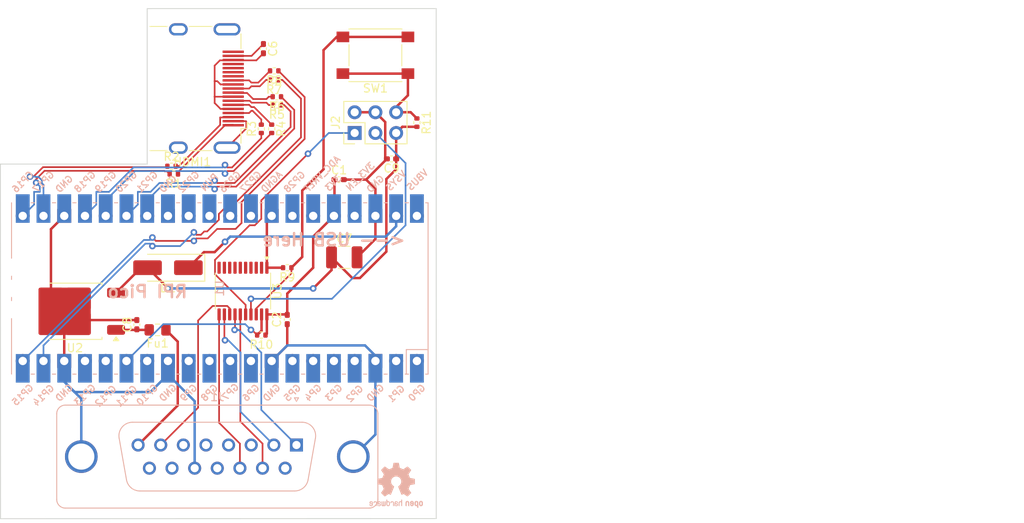
<source format=kicad_pcb>
(kicad_pcb (version 20240108) (generator "pcbnew") (generator_version "8.0")
  (title_block (title "A2C_DVI") (rev "v1") (company "MrTechGadget"))
  (layers (0 "F.Cu" signal) (31 "B.Cu" signal) (34 "B.Paste" user) (35 "F.Paste" user) (36 "B.SilkS" user "B.Silkscreen") (37 "F.SilkS" user "F.Silkscreen") (38 "B.Mask" user) (39 "F.Mask" user) (44 "Edge.Cuts" user))
  (net 0 "")
  (net 1 "GND")
  (net 2 "+3V3")
  (net 3 "Net-(C6-Pad1)")
  (net 4 "+5V")
  (net 5 "+12V")
  (net 6 "Net-(D1-K)")
  (net 10 "/D0+")
  (net 12 "/D1+")
  (net 13 "/D0-")
  (net 14 "/CK+")
  (net 15 "/D1-")
  (net 16 "/D2+")
  (net 18 "/D2-")
  (net 19 "/CK-")
  (net 26 "Net-(J1-TEXT)")
  (net 28 "Net-(J1-WNDW)")
  (net 29 "Net-(J1-14M)")
  (net 30 "Net-(J1-GR)")
  (net 31 "Net-(J1-SEROUT)")
  (net 33 "Net-(J2-Pin_3)")
  (net 34 "Net-(J2-Pin_6)")
  (net 35 "Net-(J2-Pin_1)")
  (net 36 "Net-(U3-B0)")
  (net 37 "Net-(U1-GP11)")
  (net 67 "Net-(J1-+12V)")
  (footprint "Resistor_SMD:R_0402_1005Metric" (layer "F.Cu") (at 134.493 105.902051 -90)
    (property "Reference" "R4")
    (property "Value" "270")
  )
  (footprint "Capacitor_SMD:C_0402_1005Metric_Pad0.74x0.62mm_HandSolder" (layer "F.Cu") (at 117.983 129.90705 90)
    (property "Reference" "C8")
    (property "Value" "C")
  )
  (footprint "Connector_PinHeader_2.54mm:PinHeader_2x03_P2.54mm_Vertical" (layer "F.Cu") (at 144.653 106.41205 90)
    (property "Reference" "J2")
    (property "Value" "Aux")
  )
  (footprint "Package_SO:TSSOP-20_4.4x6.5mm_P0.65mm" (layer "F.Cu") (at 130.978 125.78455 -90)
    (property "Reference" "U3")
    (property "Value" "74LVC245")
  )
  (footprint "Resistor_SMD:R_0402_1005Metric" (layer "F.Cu") (at 134.781825 99.912354 180)
    (property "Reference" "R7")
    (property "Value" "270")
  )
  (footprint "Capacitor_SMD:C_1210_3225Metric_Pad1.33x2.70mm_HandSolder" (layer "F.Cu") (at 143.383 121.65205)
    (property "Reference" "C7")
    (property "Value" "220u")
  )
  (footprint "Resistor_SMD:R_0402_1005Metric" (layer "F.Cu") (at 135.128 102.98305 180)
    (property "Reference" "R5")
    (property "Value" "270")
  )
  (footprint "Connector_Video:HDMI_A_Molex_208658-1001_Horizontal" (layer "F.Cu") (at 126.498 100.96205 180)
    (property "Reference" "HDMI1")
    (property "Value" "HDMI-SWM-19")
  )
  (footprint "Resistor_SMD:R_0402_1005Metric" (layer "F.Cu") (at 134.803554 98.79205 180)
    (property "Reference" "R8")
    (property "Value" "270")
  )
  (footprint "Resistor_SMD:R_0402_1005Metric" (layer "F.Cu") (at 122.513052 111.445873 180)
    (property "Reference" "R1")
    (property "Value" "270")
  )
  (footprint "Resistor_SMD:R_0402_1005Metric" (layer "F.Cu") (at 152.273 105.14205 -90)
    (property "Reference" "R11")
    (property "Value" "1k")
  )
  (footprint "Capacitor_SMD:C_0402_1005Metric_Pad0.74x0.62mm_HandSolder" (layer "F.Cu") (at 133.483 96.07655 -90)
    (property "Reference" "C6")
    (property "Value" "100n")
  )
  (footprint "Button_Switch_SMD:SW_SPST_PTS645" (layer "F.Cu") (at 147.193 96.88705 180)
    (property "Reference" "SW1")
    (property "Value" "Config")
  )
  (footprint "Resistor_SMD:R_0402_1005Metric" (layer "F.Cu") (at 122.231725 110.484128)
    (property "Reference" "R2")
    (property "Value" "270")
  )
  (footprint "Fuse:Fuse_0805_2012Metric_Pad1.15x1.40mm_HandSolder" (layer "F.Cu") (at 120.523 130.54205 180)
    (property "Reference" "Fu1")
    (property "Value" "Polyfuse 100mA")
  )
  (footprint "Package_TO_SOT_SMD:TO-252-2" (layer "F.Cu") (at 110.403 128.26205 180)
    (property "Reference" "U2")
    (property "Value" "L7805")
  )
  (footprint "Diode_SMD:D_SMA_Handsoldering" (layer "F.Cu") (at 121.793 122.92205 180)
    (property "Reference" "D1")
    (property "Value" "MBR120VLSFT1G")
  )
  (footprint "Capacitor_SMD:C_0402_1005Metric_Pad0.74x0.62mm_HandSolder" (layer "F.Cu") (at 136.398 129.27205 -90)
    (property "Reference" "C2")
    (property "Value" "100n")
  )
  (footprint "Resistor_SMD:R_0402_1005Metric" (layer "F.Cu") (at 133.223 131.17705 180)
    (property "Reference" "R10")
    (property "Value" "10K")
  )
  (footprint "Resistor_SMD:R_0402_1005Metric" (layer "F.Cu") (at 136.398 122.92205 180)
    (property "Reference" "R9")
    (property "Value" "10k")
  )
  (footprint "Resistor_SMD:R_0402_1005Metric" (layer "F.Cu") (at 133.223 105.902051 90)
    (property "Reference" "R3")
    (property "Value" "270")
  )
  (footprint "Resistor_SMD:R_0402_1005Metric" (layer "F.Cu") (at 135.128 101.96705 180)
    (property "Reference" "R6")
    (property "Value" "270")
  )
  (footprint "Capacitor_SMD:C_0402_1005Metric_Pad0.74x0.62mm_HandSolder" (layer "F.Cu") (at 142.748 112.12705)
    (property "Reference" "C1")
    (property "Value" "100n")
  )
  (footprint "Capacitor_SMD:C_0402_1005Metric_Pad0.74x0.62mm_HandSolder" (layer "F.Cu") (at 149.1655 109.58705 180)
    (property "Reference" "C9")
    (property "Value" "C")
  )
  (footprint "Connector_Dsub:DSUB-15_Male_Vertical_P2.77x2.84mm_MountingHoles" (layer "B.Cu") (at 137.528 144.65205 180)
    (property "Reference" "J1")
    (property "Value" "DA15_Plug")
  )
  (footprint "MCU_RaspberryPi_and_Boards:RPi_Pico_SMD_TH_NO_DEBUG" (layer "B.Cu") (at 128.143 125.46205 90)
    (property "Reference" "U1")
    (property "Value" "RPI-Pico")
  )
  (footprint "Symbol:OSHW-Logo2_7.3x6mm_SilkScreen" (layer "B.Cu") (at 149.733 149.59205 180)
    (property "Reference" "REF**" (hide yes))
    (property "Value" "OSHW-Logo2_7.3x6mm_SilkScreen" (hide yes))
  )
  (gr_line (start 119.253 91.17205) (end 154.635759 91.166096) (stroke (width 0.1)) (layer "Edge.Cuts"))
  (gr_line (start 119.253 110.22205) (end 101.473 110.22205) (stroke (width 0.1)) (layer "Edge.Cuts"))
  (gr_line (start 154.641109 153.669434) (end 101.299375 153.683005) (stroke (width 0.1)) (layer "Edge.Cuts"))
  (gr_line (start 101.473 110.22205) (end 101.27896 110.22205) (stroke (width 0.1)) (layer "Edge.Cuts"))
  (gr_line (start 101.299375 153.683005) (end 101.27896 110.22205) (stroke (width 0.1)) (layer "Edge.Cuts"))
  (gr_line (start 119.253 91.17205) (end 119.253 110.22205) (stroke (width 0.1)) (layer "Edge.Cuts"))
  (gr_line (start 154.635759 91.166096) (end 154.641109 153.669434) (stroke (width 0.1)) (layer "Edge.Cuts"))
  (gr_text "<-- USB Here" (at 151.003 120.38205 -0) (layer "B.SilkS") (effects (font (size 1.5 1.5) (thickness 0.3) (bold yes)) (justify left bottom mirror)))
  (gr_text "RPI Pico" (at 124.333 126.73205 -0) (layer "B.SilkS") (effects (font (size 1.5 1.5) (thickness 0.3) (bold yes)) (justify left bottom mirror)))
  (segment (start 127.508 100.06205) (end 127.508 101.96705) (width 0.2) (layer "F.Cu") (net 1))
  (segment (start 127.513 101.96205) (end 127.508 101.96705) (width 0.2) (layer "F.Cu") (net 1))
  (segment (start 147.193 116.57205) (end 147.193 113.26205) (width 0.3) (layer "F.Cu") (net 1))
  (segment (start 128.153 97.51205) (end 127.508 98.15705) (width 0.2) (layer "F.Cu") (net 1))
  (segment (start 129.783 104.96205) (end 131.333 104.96205) (width 0.2) (layer "F.Cu") (net 1))
  (segment (start 133.903 117.16205) (end 134.493 116.57205) (width 0.3) (layer "F.Cu") (net 1))
  (segment (start 136.398 129.83955) (end 136.398 132.44705) (width 0.3) (layer "F.Cu") (net 1))
  (segment (start 131.383 105.85205) (end 129.023 108.21205) (width 0.2) (layer "F.Cu") (net 1))
  (segment (start 147.193 119.40455) (end 147.193 116.57205) (width 0.3) (layer "F.Cu") (net 1))
  (segment (start 129.783 101.96205) (end 127.513 101.96205) (width 0.2) (layer "F.Cu") (net 1))
  (segment (start 127.508 102.73705) (end 128.233 103.46205) (width 0.2) (layer "F.Cu") (net 1))
  (segment (start 147.193 113.26205) (end 146.058 112.12705) (width 0.3) (layer "F.Cu") (net 1))
  (segment (start 147.193 103.87205) (end 144.653 103.87205) (width 0.3) (layer "F.Cu") (net 1))
  (segment (start 148.598 109.58705) (end 148.393 109.38205) (width 0.3) (layer "F.Cu") (net 1))
  (segment (start 133.903 122.92205) (end 133.903 117.16205) (width 0.3) (layer "F.Cu") (net 1))
  (segment (start 129.783 100.46205) (end 128.233 100.46205) (width 0.2) (layer "F.Cu") (net 1))
  (segment (start 117.983 129.33955) (end 110.2205 129.33955) (width 0.3) (layer "F.Cu") (net 1))
  (segment (start 133.483 96.64405) (end 132.615 97.51205) (width 0.2) (layer "F.Cu") (net 1))
  (segment (start 143.3155 112.12705) (end 146.058 112.12705) (width 0.3) (layer "F.Cu") (net 1))
  (segment (start 127.833 100.06205) (end 127.508 100.06205) (width 0.2) (layer "F.Cu") (net 1))
  (segment (start 109.093 128.31205) (end 109.143 128.26205) (width 0.3) (layer "F.Cu") (net 1))
  (segment (start 148.393 105.07205) (end 147.193 103.87205) (width 0.3) (layer "F.Cu") (net 1))
  (segment (start 131.383 105.01205) (end 131.383 105.85205) (width 0.2) (layer "F.Cu") (net 1))
  (segment (start 110.2205 129.33955) (end 109.143 128.26205) (width 0.3) (layer "F.Cu") (net 1))
  (segment (start 136.398 132.44705) (end 134.493 134.35205) (width 0.3) (layer "F.Cu") (net 1))
  (segment (start 144.9455 121.65205) (end 147.193 119.40455) (width 0.3) (layer "F.Cu") (net 1))
  (segment (start 127.508 101.96705) (end 127.508 102.73705) (width 0.2) (layer "F.Cu") (net 1))
  (segment (start 128.233 100.46205) (end 127.833 100.06205) (width 0.2) (layer "F.Cu") (net 1))
  (segment (start 148.393 109.38205) (end 148.393 105.07205) (width 0.3) (layer "F.Cu") (net 1))
  (segment (start 132.615 97.51205) (end 128.153 97.51205) (width 0.2) (layer "F.Cu") (net 1))
  (segment (start 107.468 118.19705) (end 107.468 126.73705) (width 0.3) (layer "F.Cu") (net 1))
  (segment (start 109.093 134.35205) (end 109.093 128.31205) (width 0.3) (layer "F.Cu") (net 1))
  (segment (start 127.508 98.15705) (end 127.508 100.06205) (width 0.2) (layer "F.Cu") (net 1))
  (segment (start 146.058 112.12705) (end 148.598 109.58705) (width 0.3) (layer "F.Cu") (net 1))
  (segment (start 128.233 103.46205) (end 129.783 103.46205) (width 0.2) (layer "F.Cu") (net 1))
  (segment (start 109.093 116.57205) (end 107.468 118.19705) (width 0.3) (layer "F.Cu") (net 1))
  (segment (start 131.333 104.96205) (end 131.383 105.01205) (width 0.2) (layer "F.Cu") (net 1))
  (segment (start 135.888 122.92205) (end 133.903 122.92205) (width 0.3) (layer "F.Cu") (net 1))
  (segment (start 136.398 132.44705) (end 145.923 132.44705) (width 0.3) (layer "B.Cu") (net 1))
  (segment (start 109.093 136.89205) (end 109.4105 137.20955) (width 0.3) (layer "B.Cu") (net 1))
  (segment (start 147.193 143.36205) (end 147.193 134.35205) (width 0.3) (layer "B.Cu") (net 1))
  (segment (start 144.483 146.07205) (end 147.193 143.36205) (width 0.3) (layer "B.Cu") (net 1))
  (segment (start 134.493 134.35205) (end 136.398 132.44705) (width 0.3) (layer "B.Cu") (net 1))
  (segment (start 110.363 138.16205) (end 118.618 138.16205) (width 0.3) (layer "B.Cu") (net 1))
  (segment (start 125.063 139.28205) (end 121.793 136.01205) (width 0.3) (layer "B.Cu") (net 1))
  (segment (start 109.4105 137.20955) (end 110.363 138.16205) (width 0.3) (layer "B.Cu") (net 1))
  (segment (start 111.183 146.07205) (end 111.183 138.98205) (width 0.3) (layer "B.Cu") (net 1))
  (segment (start 125.063 147.49205) (end 125.063 139.28205) (width 0.3) (layer "B.Cu") (net 1))
  (segment (start 111.183 138.98205) (end 109.4105 137.20955) (width 0.3) (layer "B.Cu") (net 1))
  (segment (start 121.793 136.01205) (end 121.793 134.35205) (width 0.3) (layer "B.Cu") (net 1))
  (segment (start 109.093 134.35205) (end 109.093 136.89205) (width 0.3) (layer "B.Cu") (net 1))
  (segment (start 145.923 132.44705) (end 147.193 133.71705) (width 0.3) (layer "B.Cu") (net 1))
  (segment (start 118.618 138.16205) (end 119.643 138.16205) (width 0.3) (layer "B.Cu") (net 1))
  (segment (start 147.193 133.71705) (end 147.193 134.35205) (width 0.3) (layer "B.Cu") (net 1))
  (segment (start 119.643 138.16205) (end 121.793 136.01205) (width 0.3) (layer "B.Cu") (net 1))
  (segment (start 139.573 122.92205) (end 139.573 119.11205) (width 0.3) (layer "F.Cu") (net 2))
  (segment (start 133.903 131.00705) (end 133.733 131.17705) (width 0.3) (layer "F.Cu") (net 2))
  (segment (start 142.1805 112.12705) (end 142.1805 116.50455) (width 0.3) (layer "F.Cu") (net 2))
  (segment (start 142.1805 116.50455) (end 142.113 116.57205) (width 0.3) (layer "F.Cu") (net 2))
  (segment (start 136.398 126.09705) (end 139.573 122.92205) (width 0.3) (layer "F.Cu") (net 2))
  (segment (start 136.398 128.70455) (end 136.398 126.09705) (width 0.3) (layer "F.Cu") (net 2))
  (segment (start 133.903 128.64705) (end 136.3405 128.64705) (width 0.3) (layer "F.Cu") (net 2))
  (segment (start 136.3405 128.64705) (end 136.398 128.70455) (width 0.3) (layer "F.Cu") (net 2))
  (segment (start 139.573 119.11205) (end 142.113 116.57205) (width 0.3) (layer "F.Cu") (net 2))
  (segment (start 133.903 128.64705) (end 133.903 131.00705) (width 0.3) (layer "F.Cu") (net 2))
  (segment (start 133.483 95.50905) (end 132.03 96.96205) (width 0.2) (layer "F.Cu") (net 3))
  (segment (start 132.03 96.96205) (end 129.783 96.96205) (width 0.2) (layer "F.Cu") (net 3))
  (segment (start 115.443 125.98205) (end 118.503 122.92205) (width 0.3) (layer "F.Cu") (net 4))
  (segment (start 139.573 125.46205) (end 141.8205 123.21455) (width 0.3) (layer "F.Cu") (net 4))
  (segment (start 152.273 105.65205) (end 150.493 105.65205) (width 0.3) (layer "F.Cu") (net 4))
  (segment (start 145.288 124.19205) (end 148.533 120.94705) (width 0.3) (layer "F.Cu") (net 4))
  (segment (start 148.533 120.94705) (end 148.533 112.05705) (width 0.3) (layer "F.Cu") (net 4))
  (segment (start 141.8205 123.21455) (end 141.8205 121.65205) (width 0.3) (layer "F.Cu") (net 4))
  (segment (start 121.793 125.42205) (end 121.793 125.46205) (width 0.3) (layer "F.Cu") (net 4))
  (segment (start 148.533 112.05705) (end 149.733 110.85705) (width 0.3) (layer "F.Cu") (net 4))
  (segment (start 150.493 105.65205) (end 149.733 106.41205) (width 0.3) (layer "F.Cu") (net 4))
  (segment (start 149.733 110.85705) (end 149.733 109.58705) (width 0.3) (layer "F.Cu") (net 4))
  (segment (start 119.293 122.92205) (end 121.793 125.42205) (width 0.3) (layer "F.Cu") (net 4))
  (segment (start 144.3605 124.19205) (end 145.288 124.19205) (width 0.3) (layer "F.Cu") (net 4))
  (segment (start 149.733 106.41205) (end 149.733 109.58705) (width 0.3) (layer "F.Cu") (net 4))
  (segment (start 141.8205 121.65205) (end 144.3605 124.19205) (width 0.3) (layer "F.Cu") (net 4))
  (segment (start 118.503 122.92205) (end 119.293 122.92205) (width 0.3) (layer "F.Cu") (net 4))
  (via (at 139.573 125.46205) (size 0.8) (drill 0.4) (layers "F.Cu" "B.Cu") (net 4))
  (via (at 121.793 125.46205) (size 0.8) (drill 0.4) (layers "F.Cu" "B.Cu") (net 4))
  (segment (start 121.793 125.46205) (end 139.573 125.46205) (width 0.3) (layer "B.Cu") (net 4))
  (segment (start 118.0505 130.54205) (end 117.983 130.47455) (width 0.3) (layer "F.Cu") (net 5))
  (segment (start 115.443 130.54205) (end 117.9155 130.54205) (width 0.3) (layer "F.Cu") (net 5))
  (segment (start 117.9155 130.54205) (end 117.983 130.47455) (width 0.3) (layer "F.Cu") (net 5))
  (segment (start 119.498 130.54205) (end 118.0505 130.54205) (width 0.3) (layer "F.Cu") (net 5))
  (segment (start 127.508 121.01705) (end 128.778 119.74705) (width 0.3) (layer "F.Cu") (net 6))
  (segment (start 126.198 121.01705) (end 127.508 121.01705) (width 0.3) (layer "F.Cu") (net 6))
  (segment (start 124.293 122.92205) (end 126.198 121.01705) (width 0.3) (layer "F.Cu") (net 6))
  (via (at 128.778 119.74705) (size 0.8) (drill 0.4) (layers "F.Cu" "B.Cu") (net 6))
  (segment (start 149.733 116.57205) (end 149.733 117.84205) (width 0.3) (layer "B.Cu") (net 6))
  (segment (start 149.733 117.84205) (end 148.463 119.11205) (width 0.3) (layer "B.Cu") (net 6))
  (segment (start 148.463 119.11205) (end 129.413 119.11205) (width 0.3) (layer "B.Cu") (net 6))
  (segment (start 129.413 119.11205) (end 128.778 119.74705) (width 0.3) (layer "B.Cu") (net 6))
  (segment (start 129.954801 112.537049) (end 127.807999 112.537049) (width 0.2) (layer "F.Cu") (net 10))
  (segment (start 133.854999 102.70005) (end 132.036687 102.70005) (width 0.2) (layer "F.Cu") (net 10))
  (segment (start 132.036687 102.70005) (end 131.798687 102.46205) (width 0.2) (layer "F.Cu") (net 10))
  (segment (start 134.137999 102.98305) (end 133.854999 102.70005) (width 0.2) (layer "F.Cu") (net 10))
  (segment (start 136.808 105.68385) (end 129.954801 112.537049) (width 0.2) (layer "F.Cu") (net 10))
  (segment (start 127.807999 112.537049) (end 127.508 112.23705) (width 0.2) (layer "F.Cu") (net 10))
  (segment (start 131.798687 102.46205) (end 129.783 102.46205) (width 0.2) (layer "F.Cu") (net 10))
  (segment (start 134.618 102.98305) (end 134.137999 102.98305) (width 0.2) (layer "F.Cu") (net 10))
  (segment (start 136.808 103.773447) (end 136.808 105.68385) (width 0.2) (layer "F.Cu") (net 10))
  (segment (start 136.017603 102.98305) (end 136.808 103.773447) (width 0.2) (layer "F.Cu") (net 10))
  (segment (start 135.638 102.98305) (end 136.017603 102.98305) (width 0.2) (layer "F.Cu") (net 10))
  (via (at 127.508 112.23705) (size 0.8) (drill 0.4) (layers "F.Cu" "B.Cu") (net 10))
  (segment (start 118.103 113.62205) (end 118.103 115.18205) (width 0.2) (layer "B.Cu") (net 10))
  (segment (start 118.103 115.18205) (end 116.713 116.57205) (width 0.2) (layer "B.Cu") (net 10))
  (segment (start 120.748001 112.537049) (end 119.663 113.62205) (width 0.2) (layer "B.Cu") (net 10))
  (segment (start 127.508 112.23705) (end 127.208001 112.537049) (width 0.2) (layer "B.Cu") (net 10))
  (segment (start 127.208001 112.537049) (end 120.748001 112.537049) (width 0.2) (layer "B.Cu") (net 10))
  (segment (start 119.663 113.62205) (end 118.103 113.62205) (width 0.2) (layer "B.Cu") (net 10))
  (segment (start 132.008001 103.68705) (end 131.733001 103.96205) (width 0.2) (layer "F.Cu") (net 12))
  (segment (start 131.733001 103.96205) (end 129.783 103.96205) (width 0.2) (layer "F.Cu") (net 12))
  (segment (start 132.151601 103.68705) (end 132.008001 103.68705) (width 0.2) (layer "F.Cu") (net 12))
  (segment (start 133.223 106.41205) (end 133.223 107.045653) (width 0.2) (layer "F.Cu") (net 12))
  (segment (start 133.223 104.758449) (end 132.151601 103.68705) (width 0.2) (layer "F.Cu") (net 12))
  (segment (start 133.223 105.392052) (end 133.223 104.758449) (width 0.2) (layer "F.Cu") (net 12))
  (segment (start 129.636604 110.632049) (end 129.077999 110.632049) (width 0.2) (layer "F.Cu") (net 12))
  (segment (start 133.223 107.045653) (end 129.636604 110.632049) (width 0.2) (layer "F.Cu") (net 12))
  (segment (start 129.077999 110.632049) (end 128.778 110.33205) (width 0.2) (layer "F.Cu") (net 12))
  (via (at 128.778 110.33205) (size 0.8) (drill 0.4) (layers "F.Cu" "B.Cu") (net 12))
  (segment (start 128.778 110.33205) (end 128.478001 110.632049) (width 0.2) (layer "B.Cu") (net 12))
  (segment (start 128.478001 110.632049) (end 117.573001 110.632049) (width 0.2) (layer "B.Cu") (net 12))
  (segment (start 117.573001 110.632049) (end 114.583 113.62205) (width 0.2) (layer "B.Cu") (net 12))
  (segment (start 113.023 115.18205) (end 111.633 116.57205) (width 0.2) (layer "B.Cu") (net 12))
  (segment (start 114.583 113.62205) (end 113.023 113.62205) (width 0.2) (layer "B.Cu") (net 12))
  (segment (start 113.023 113.62205) (end 113.023 115.18205) (width 0.2) (layer "B.Cu") (net 12))
  (segment (start 129.833 101.51205) (end 129.783 101.46205) (width 0.2) (layer "F.Cu") (net 13))
  (segment (start 134.618 101.96705) (end 134.137999 101.96705) (width 0.2) (layer "F.Cu") (net 13))
  (segment (start 132.223055 102.25005) (end 131.485055 101.51205) (width 0.2) (layer "F.Cu") (net 13))
  (segment (start 131.485055 101.51205) (end 129.833 101.51205) (width 0.2) (layer "F.Cu") (net 13))
  (segment (start 127.807999 112.987051) (end 127.508 113.28705) (width 0.2) (layer "F.Cu") (net 13))
  (segment (start 137.258 103.58705) (end 137.258 105.87025) (width 0.2) (layer "F.Cu") (net 13))
  (segment (start 135.638 101.96705) (end 137.258 103.58705) (width 0.2) (layer "F.Cu") (net 13))
  (segment (start 130.141199 112.987051) (end 127.807999 112.987051) (width 0.2) (layer "F.Cu") (net 13))
  (segment (start 134.137999 101.96705) (end 133.854999 102.25005) (width 0.2) (layer "F.Cu") (net 13))
  (segment (start 133.854999 102.25005) (end 132.223055 102.25005) (width 0.2) (layer "F.Cu") (net 13))
  (segment (start 137.258 105.87025) (end 130.141199 112.987051) (width 0.2) (layer "F.Cu") (net 13))
  (via (at 127.508 113.28705) (size 0.8) (drill 0.4) (layers "F.Cu" "B.Cu") (net 13))
  (segment (start 127.208001 112.987051) (end 120.934396 112.987051) (width 0.2) (layer "B.Cu") (net 13))
  (segment (start 119.253 114.668447) (end 119.253 116.57205) (width 0.2) (layer "B.Cu") (net 13))
  (segment (start 127.508 113.28705) (end 127.208001 112.987051) (width 0.2) (layer "B.Cu") (net 13))
  (segment (start 120.934396 112.987051) (end 119.253 114.668447) (width 0.2) (layer "B.Cu") (net 13))
  (segment (start 128.023 117.048396) (end 126.594346 118.47705) (width 0.2) (layer "F.Cu") (net 14))
  (segment (start 126.594346 118.47705) (end 126.238 118.47705) (width 0.2) (layer "F.Cu") (net 14))
  (segment (start 129.6098 115.42205) (end 128.936654 115.42205) (width 0.2) (layer "F.Cu") (net 14))
  (segment (start 134.271826 99.912354) (end 133.809648 99.912354) (width 0.2) (layer "F.Cu") (net 14))
  (segment (start 133.034952 100.68705) (end 132.008001 100.68705) (width 0.2) (layer "F.Cu") (net 14))
  (segment (start 132.008001 100.68705) (end 131.733001 100.96205) (width 0.2) (layer "F.Cu") (net 14))
  (segment (start 138.078 106.95385) (end 129.6098 115.42205) (width 0.2) (layer "F.Cu") (net 14))
  (segment (start 128.023 116.335704) (end 128.023 117.048396) (width 0.2) (layer "F.Cu") (net 14))
  (segment (start 133.809648 99.912354) (end 133.034952 100.68705) (width 0.2) (layer "F.Cu") (net 14))
  (segment (start 125.267999 118.887049) (end 124.968 118.58705) (width 0.2) (layer "F.Cu") (net 14))
  (segment (start 135.79746 99.912354) (end 138.078 102.192894) (width 0.2) (layer "F.Cu") (net 14))
  (segment (start 126.238 118.47705) (end 125.828001 118.887049) (width 0.2) (layer "F.Cu") (net 14))
  (segment (start 138.078 102.192894) (end 138.078 106.95385) (width 0.2) (layer "F.Cu") (net 14))
  (segment (start 131.733001 100.96205) (end 129.783 100.96205) (width 0.2) (layer "F.Cu") (net 14))
  (segment (start 128.936654 115.42205) (end 128.023 116.335704) (width 0.2) (layer "F.Cu") (net 14))
  (segment (start 135.291824 99.912354) (end 135.79746 99.912354) (width 0.2) (layer "F.Cu") (net 14))
  (segment (start 125.828001 118.887049) (end 125.267999 118.887049) (width 0.2) (layer "F.Cu") (net 14))
  (via (at 119.888 120.27205) (size 0.8) (drill 0.4) (layers "F.Cu" "B.Cu") (net 14))
  (via (at 124.968 118.58705) (size 0.8) (drill 0.4) (layers "F.Cu" "B.Cu") (net 14))
  (segment (start 106.553 134.35205) (end 106.553 132.448447) (width 0.2) (layer "B.Cu") (net 14))
  (segment (start 119.888 120.27205) (end 123.283 120.27205) (width 0.2) (layer "B.Cu") (net 14))
  (segment (start 119.588001 119.972051) (end 119.888 120.27205) (width 0.2) (layer "B.Cu") (net 14))
  (segment (start 123.283 120.27205) (end 124.968 118.58705) (width 0.2) (layer "B.Cu") (net 14))
  (segment (start 119.029396 119.972051) (end 119.588001 119.972051) (width 0.2) (layer "B.Cu") (net 14))
  (segment (start 106.553 132.448447) (end 119.029396 119.972051) (width 0.2) (layer "B.Cu") (net 14))
  (segment (start 134.493 106.41205) (end 129.822999 111.082051) (width 0.2) (layer "F.Cu") (net 15))
  (segment (start 132.337998 103.23705) (end 132.008001 103.23705) (width 0.2) (layer "F.Cu") (net 15))
  (segment (start 129.077999 111.082051) (end 128.778 111.38205) (width 0.2) (layer "F.Cu") (net 15))
  (segment (start 132.008001 103.23705) (end 131.733001 102.96205) (width 0.2) (layer "F.Cu") (net 15))
  (segment (start 134.493 105.392052) (end 132.337998 103.23705) (width 0.2) (layer "F.Cu") (net 15))
  (segment (start 131.733001 102.96205) (end 129.783 102.96205) (width 0.2) (layer "F.Cu") (net 15))
  (segment (start 129.822999 111.082051) (end 129.077999 111.082051) (width 0.2) (layer "F.Cu") (net 15))
  (via (at 128.778 111.38205) (size 0.8) (drill 0.4) (layers "F.Cu" "B.Cu") (net 15))
  (segment (start 114.173 114.668447) (end 114.173 116.57205) (width 0.2) (layer "B.Cu") (net 15))
  (segment (start 128.478001 111.082051) (end 117.759396 111.082051) (width 0.2) (layer "B.Cu") (net 15))
  (segment (start 117.759396 111.082051) (end 114.173 114.668447) (width 0.2) (layer "B.Cu") (net 15))
  (segment (start 128.778 111.38205) (end 128.478001 111.082051) (width 0.2) (layer "B.Cu") (net 15))
  (segment (start 106.678911 111.049338) (end 105.654232 112.074017) (width 0.2) (layer "F.Cu") (net 16))
  (segment (start 123.023051 111.215199) (end 128.8262 105.41205) (width 0.2) (layer "F.Cu") (net 16))
  (segment (start 130.933 105.46205) (end 129.783 105.46205) (width 0.2) (layer "F.Cu") (net 16))
  (segment (start 129.733 105.41205) (end 129.783 105.46205) (width 0.2) (layer "F.Cu") (net 16))
  (segment (start 123.023051 111.445873) (end 123.023051 111.215199) (width 0.2) (layer "F.Cu") (net 16))
  (segment (start 105.654232 112.074017) (end 105.654232 112.498282) (width 0.2) (layer "F.Cu") (net 16))
  (segment (start 121.348012 111.049338) (end 106.678911 111.049338) (width 0.2) (layer "F.Cu") (net 16))
  (segment (start 121.661308 111.104128) (end 121.402802 111.104128) (width 0.2) (layer "F.Cu") (net 16))
  (segment (start 122.003053 111.445873) (end 121.661308 111.104128) (width 0.2) (layer "F.Cu") (net 16))
  (segment (start 121.402802 111.104128) (end 121.348012 111.049338) (width 0.2) (layer "F.Cu") (net 16))
  (segment (start 128.8262 105.41205) (end 129.733 105.41205) (width 0.2) (layer "F.Cu") (net 16))
  (segment (start 130.983 105.41205) (end 130.933 105.46205) (width 0.2) (layer "F.Cu") (net 16))
  (via (at 105.654232 112.498282) (size 0.8) (drill 0.4) (layers "F.Cu" "B.Cu") (net 16))
  (segment (start 106.102999 113.62205) (end 105.403 113.62205) (width 0.2) (layer "B.Cu") (net 16))
  (segment (start 106.102999 112.947049) (end 106.102999 113.62205) (width 0.2) (layer "B.Cu") (net 16))
  (segment (start 105.403 113.62205) (end 105.403 115.18205) (width 0.2) (layer "B.Cu") (net 16))
  (segment (start 105.403 115.18205) (end 104.013 116.57205) (width 0.2) (layer "B.Cu") (net 16))
  (segment (start 105.654232 112.498282) (end 106.102999 112.947049) (width 0.2) (layer "B.Cu") (net 16))
  (segment (start 130.983 104.51205) (end 130.933 104.46205) (width 0.2) (layer "F.Cu") (net 18))
  (segment (start 106.492515 110.599336) (end 105.336033 111.755818) (width 0.2) (layer "F.Cu") (net 18))
  (segment (start 129.783 104.46205) (end 129.733 104.51205) (width 0.2) (layer "F.Cu") (net 18))
  (segment (start 128.183 104.51205) (end 128.183 105.41885) (width 0.2) (layer "F.Cu") (net 18))
  (segment (start 128.183 105.41885) (end 123.2214 110.38045) (width 0.2) (layer "F.Cu") (net 18))
  (segment (start 129.733 104.51205) (end 128.183 104.51205) (width 0.2) (layer "F.Cu") (net 18))
  (segment (start 121.606518 110.599336) (end 106.492515 110.599336) (width 0.2) (layer "F.Cu") (net 18))
  (segment (start 121.721726 110.484128) (end 121.606518 110.599336) (width 0.2) (layer "F.Cu") (net 18))
  (segment (start 122.741724 110.484128) (end 123.117722 110.484128) (width 0.2) (layer "F.Cu") (net 18))
  (segment (start 105.336033 111.755818) (end 104.911768 111.755818) (width 0.2) (layer "F.Cu") (net 18))
  (segment (start 130.933 104.46205) (end 129.783 104.46205) (width 0.2) (layer "F.Cu") (net 18))
  (segment (start 123.117722 110.484128) (end 123.2214 110.38045) (width 0.2) (layer "F.Cu") (net 18))
  (via (at 104.911768 111.755818) (size 0.8) (drill 0.4) (layers "F.Cu" "B.Cu") (net 18))
  (segment (start 106.354232 112.208332) (end 106.354232 112.561884) (width 0.2) (layer "B.Cu") (net 18))
  (segment (start 105.548166 111.755818) (end 105.59063 111.798282) (width 0.2) (layer "B.Cu") (net 18))
  (segment (start 106.354232 112.561884) (end 106.553 112.760652) (width 0.2) (layer "B.Cu") (net 18))
  (segment (start 104.911768 111.755818) (end 105.548166 111.755818) (width 0.2) (layer "B.Cu") (net 18))
  (segment (start 105.944182 111.798282) (end 106.354232 112.208332) (width 0.2) (layer "B.Cu") (net 18))
  (segment (start 106.553 112.760652) (end 106.553 116.57205) (width 0.2) (layer "B.Cu") (net 18))
  (segment (start 105.59063 111.798282) (end 105.944182 111.798282) (width 0.2) (layer "B.Cu") (net 18))
  (segment (start 134.293555 98.79205) (end 132.848555 100.23705) (width 0.2) (layer "F.Cu") (net 19))
  (segment (start 135.313553 98.79205) (end 138.528 102.006497) (width 0.2) (layer "F.Cu") (net 19))
  (segment (start 125.267999 119.337051) (end 124.968 119.63705) (width 0.2) (layer "F.Cu") (net 19))
  (segment (start 132.008001 100.23705) (end 131.733001 99.96205) (width 0.2) (layer "F.Cu") (net 19))
  (segment (start 132.848555 100.23705) (end 132.008001 100.23705) (width 0.2) (layer "F.Cu") (net 19))
  (segment (start 130.803 114.86525) (end 130.803 117.444764) (width 0.2) (layer "F.Cu") (net 19))
  (segment (start 120.303 119.63705) (end 119.888 119.22205) (width 0.2) (layer "F.Cu") (net 19))
  (segment (start 126.647999 119.337051) (end 125.267999 119.337051) (width 0.2) (layer "F.Cu") (net 19))
  (segment (start 130.075734 118.17203) (end 127.81302 118.17203) (width 0.2) (layer "F.Cu") (net 19))
  (segment (start 130.803 117.444764) (end 130.075734 118.17203) (width 0.2) (layer "F.Cu") (net 19))
  (segment (start 138.528 102.006497) (end 138.528 107.14025) (width 0.2) (layer "F.Cu") (net 19))
  (segment (start 127.81302 118.17203) (end 126.647999 119.337051) (width 0.2) (layer "F.Cu") (net 19))
  (segment (start 138.528 107.14025) (end 130.803 114.86525) (width 0.2) (layer "F.Cu") (net 19))
  (segment (start 124.968 119.63705) (end 120.303 119.63705) (width 0.2) (layer "F.Cu") (net 19))
  (segment (start 131.733001 99.96205) (end 129.783 99.96205) (width 0.2) (layer "F.Cu") (net 19))
  (via (at 124.968 119.63705) (size 0.8) (drill 0.4) (layers "F.Cu" "B.Cu") (net 19))
  (via (at 119.888 119.22205) (size 0.8) (drill 0.4) (layers "F.Cu" "B.Cu") (net 19))
  (segment (start 119.588001 119.522049) (end 119.888 119.22205) (width 0.2) (layer "B.Cu") (net 19))
  (segment (start 104.013 134.35205) (end 118.843001 119.522049) (width 0.2) (layer "B.Cu") (net 19))
  (segment (start 118.843001 119.522049) (end 119.588001 119.522049) (width 0.2) (layer "B.Cu") (net 19))
  (segment (start 130.003 128.64705) (end 130.003 130.49205) (width 0.2) (layer "F.Cu") (net 26))
  (segment (start 130.003 130.49205) (end 129.953 130.54205) (width 0.2) (layer "F.Cu") (net 26))
  (via (at 129.953 130.54205) (size 0.8) (drill 0.4) (layers "F.Cu" "B.Cu") (net 26))
  (segment (start 133.223 133.32205) (end 133.223 140.34705) (width 0.2) (layer "B.Cu") (net 26))
  (segment (start 129.953 130.54205) (end 130.443 130.54205) (width 0.2) (layer "B.Cu") (net 26))
  (segment (start 130.443 130.54205) (end 133.223 133.32205) (width 0.2) (layer "B.Cu") (net 26))
  (segment (start 133.223 140.34705) (end 137.528 144.65205) (width 0.2) (layer "B.Cu") (net 26))
  (segment (start 125.483 129.39205) (end 125.483 140.07705) (width 0.2) (layer "F.Cu") (net 28))
  (segment (start 129.353 127.909551) (end 129.052999 127.60955) (width 0.2) (layer "F.Cu") (net 28))
  (segment (start 129.353 128.64705) (end 129.353 127.909551) (width 0.2) (layer "F.Cu") (net 28))
  (segment (start 129.052999 127.60955) (end 127.2655 127.60955) (width 0.2) (layer "F.Cu") (net 28))
  (segment (start 127.2655 127.60955) (end 125.483 129.39205) (width 0.2) (layer "F.Cu") (net 28))
  (segment (start 125.483 140.07705) (end 120.908 144.65205) (width 0.2) (layer "F.Cu") (net 28))
  (segment (start 128.703 131.73705) (end 128.778 131.81205) (width 0.2) (layer "F.Cu") (net 29))
  (segment (start 128.703 128.64705) (end 128.703 131.73705) (width 0.2) (layer "F.Cu") (net 29))
  (via (at 128.778 131.81205) (size 0.8) (drill 0.4) (layers "F.Cu" "B.Cu") (net 29))
  (segment (start 128.778 131.81205) (end 129.173 131.81205) (width 0.2) (layer "B.Cu") (net 29))
  (segment (start 129.173 131.81205) (end 130.683 133.32205) (width 0.2) (layer "B.Cu") (net 29))
  (segment (start 130.683 140.57705) (end 134.758 144.65205) (width 0.2) (layer "B.Cu") (net 29))
  (segment (start 130.683 133.32205) (end 130.683 140.57705) (width 0.2) (layer "B.Cu") (net 29))
  (segment (start 130.653 128.64705) (end 130.653 141.761415) (width 0.2) (layer "F.Cu") (net 30))
  (segment (start 130.653 141.761415) (end 133.373 144.481415) (width 0.2) (layer "F.Cu") (net 30))
  (segment (start 133.373 144.481415) (end 133.373 147.49205) (width 0.2) (layer "F.Cu") (net 30))
  (segment (start 130.603 144.481415) (end 130.603 147.49205) (width 0.2) (layer "F.Cu") (net 31))
  (segment (start 128.053 141.931415) (end 130.603 144.481415) (width 0.2) (layer "F.Cu") (net 31))
  (segment (start 128.053 128.64705) (end 128.053 141.931415) (width 0.2) (layer "F.Cu") (net 31))
  (segment (start 131.953 128.64705) (end 131.953 126.73205) (width 0.2) (layer "F.Cu") (net 33))
  (via (at 131.953 126.73205) (size 0.8) (drill 0.4) (layers "F.Cu" "B.Cu") (net 33))
  (segment (start 150.883 110.10205) (end 147.193 106.41205) (width 0.2) (layer "B.Cu") (net 33))
  (segment (start 150.883 117.72205) (end 150.883 110.10205) (width 0.2) (layer "B.Cu") (net 33))
  (segment (start 131.953 126.73205) (end 141.873 126.73205) (width 0.2) (layer "B.Cu") (net 33))
  (segment (start 141.873 126.73205) (end 150.883 117.72205) (width 0.2) (layer "B.Cu") (net 33))
  (segment (start 149.733 103.87205) (end 151.513 103.87205) (width 0.3) (layer "F.Cu") (net 34))
  (segment (start 143.213 99.13705) (end 151.173 99.13705) (width 0.3) (layer "F.Cu") (net 34))
  (segment (start 151.173 101.79705) (end 151.173 99.13705) (width 0.3) (layer "F.Cu") (net 34))
  (segment (start 149.733 103.23705) (end 151.173 101.79705) (width 0.3) (layer "F.Cu") (net 34))
  (segment (start 149.733 103.87205) (end 149.733 103.23705) (width 0.3) (layer "F.Cu") (net 34))
  (segment (start 151.513 103.87205) (end 152.273 104.63205) (width 0.3) (layer "F.Cu") (net 34))
  (segment (start 133.223 116.928396) (end 133.223 114.66705) (width 0.2) (layer "F.Cu") (net 35))
  (segment (start 131.79295 117.72205) (end 132.429346 117.72205) (width 0.2) (layer "F.Cu") (net 35))
  (segment (start 131.303 128.64705) (end 131.303 127.478006) (width 0.2) (layer "F.Cu") (net 35))
  (segment (start 127.553 121.962) (end 131.79295 117.72205) (width 0.2) (layer "F.Cu") (net 35))
  (segment (start 127.553 123.728006) (end 127.553 121.962) (width 0.2) (layer "F.Cu") (net 35))
  (segment (start 131.303 127.478006) (end 127.553 123.728006) (width 0.2) (layer "F.Cu") (net 35))
  (segment (start 133.223 114.66705) (end 138.938 108.95205) (width 0.2) (layer "F.Cu") (net 35))
  (segment (start 132.429346 117.72205) (end 133.223 116.928396) (width 0.2) (layer "F.Cu") (net 35))
  (via (at 138.938 108.95205) (size 0.8) (drill 0.4) (layers "F.Cu" "B.Cu") (net 35))
  (segment (start 141.478 106.41205) (end 144.653 106.41205) (width 0.2) (layer "B.Cu") (net 35))
  (segment (start 138.938 108.95205) (end 141.478 106.41205) (width 0.2) (layer "B.Cu") (net 35))
  (segment (start 140.843 96.25205) (end 142.458 94.63705) (width 0.3) (layer "F.Cu") (net 36))
  (segment (start 138.233 113.46705) (end 140.843 110.85705) (width 0.3) (layer "F.Cu") (net 36))
  (segment (start 140.843 110.85705) (end 140.843 96.25205) (width 0.3) (layer "F.Cu") (net 36))
  (segment (start 151.173 94.63705) (end 143.213 94.63705) (width 0.3) (layer "F.Cu") (net 36))
  (segment (start 132.603 127.909551) (end 136.908 123.604551) (width 0.2) (layer "F.Cu") (net 36))
  (segment (start 138.233 121.59705) (end 138.233 113.46705) (width 0.3) (layer "F.Cu") (net 36))
  (segment (start 136.908 122.92205) (end 138.233 121.59705) (width 0.3) (layer "F.Cu") (net 36))
  (segment (start 136.908 123.604551) (end 136.908 122.92205) (width 0.2) (layer "F.Cu") (net 36))
  (segment (start 142.458 94.63705) (end 143.213 94.63705) (width 0.3) (layer "F.Cu") (net 36))
  (segment (start 132.603 128.64705) (end 132.603 127.909551) (width 0.2) (layer "F.Cu") (net 36))
  (segment (start 131.953 130.54205) (end 132.078 130.54205) (width 0.2) (layer "F.Cu") (net 37))
  (segment (start 133.253 130.63705) (end 133.253 128.64705) (width 0.3) (layer "F.Cu") (net 37))
  (segment (start 132.078 130.54205) (end 132.713 131.17705) (width 0.2) (layer "F.Cu") (net 37))
  (segment (start 132.713 131.17705) (end 133.253 130.63705) (width 0.3) (layer "F.Cu") (net 37))
  (via (at 131.953 130.54205) (size 0.8) (drill 0.4) (layers "F.Cu" "B.Cu") (net 37))
  (segment (start 131.253 129.84205) (end 131.953 130.54205) (width 0.2) (layer "B.Cu") (net 37))
  (segment (start 116.713 134.35205) (end 121.223 129.84205) (width 0.2) (layer "B.Cu") (net 37))
  (segment (start 121.223 129.84205) (end 131.253 129.84205) (width 0.2) (layer "B.Cu") (net 37))
  (segment (start 122.993 139.79705) (end 118.138 144.65205) (width 0.3) (layer "F.Cu") (net 67))
  (segment (start 122.993 131.98705) (end 122.993 139.79705) (width 0.3) (layer "F.Cu") (net 67))
  (segment (start 121.548 130.54205) (end 122.993 131.98705) (width 0.3) (layer "F.Cu") (net 67))
)
</source>
